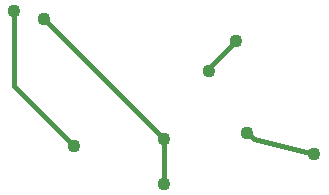
<source format=gbl>
G75*
%MOIN*%
%OFA0B0*%
%FSLAX25Y25*%
%IPPOS*%
%LPD*%
%AMOC8*
5,1,8,0,0,1.08239X$1,22.5*
%
%ADD10C,0.04362*%
%ADD11C,0.01600*%
D10*
X0076800Y0075167D03*
X0076800Y0090167D03*
X0091800Y0112667D03*
X0100550Y0122667D03*
X0104300Y0092167D03*
X0126800Y0085167D03*
X0046800Y0087667D03*
X0036800Y0130167D03*
X0026800Y0132667D03*
D11*
X0026800Y0107667D01*
X0046800Y0087667D01*
X0076800Y0090167D02*
X0076800Y0075167D01*
X0076800Y0090167D02*
X0036800Y0130167D01*
X0091800Y0113917D02*
X0091800Y0112667D01*
X0091800Y0113917D02*
X0100550Y0122667D01*
X0104300Y0092167D02*
X0106800Y0090167D01*
X0126800Y0085167D01*
M02*

</source>
